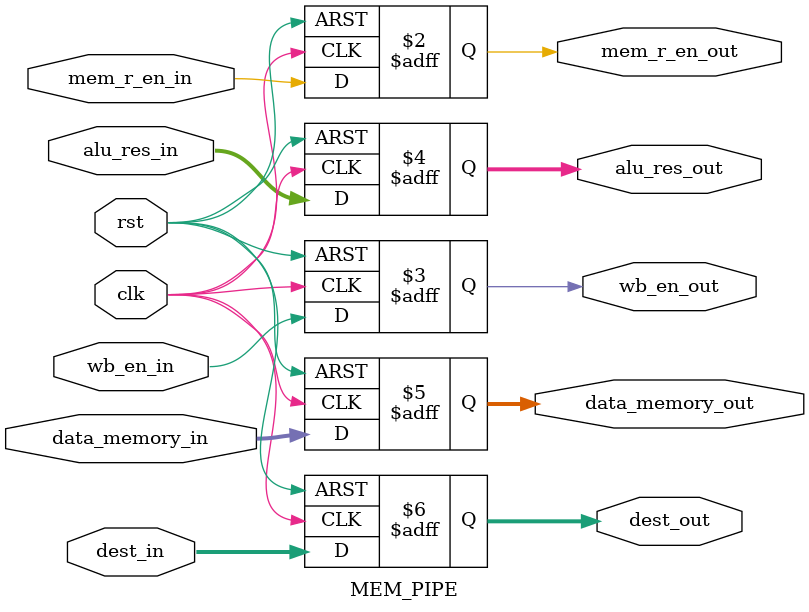
<source format=v>
module MEM_PIPE (
    input clk, rst,
    input wb_en_in, mem_r_en_in,
    input [31:0] alu_res_in,
    input [31:0] data_memory_in,
    input [3:0] dest_in,
    output reg mem_r_en_out, wb_en_out,
    output reg [31:0] alu_res_out,
    output reg [31:0] data_memory_out,
    output reg [3:0] dest_out
);
    always @(posedge clk, posedge rst) begin
        if (rst) begin
            alu_res_out <= 0;
            dest_out <= 0;
            data_memory_out <= 0;
            mem_r_en_out <= 0;
            wb_en_out <= 0;
        end else begin
            dest_out <= dest_in;
            data_memory_out <= data_memory_in;
            mem_r_en_out <= mem_r_en_in;
            wb_en_out <= wb_en_in;
            alu_res_out <= alu_res_in;
        end
    end

endmodule
</source>
